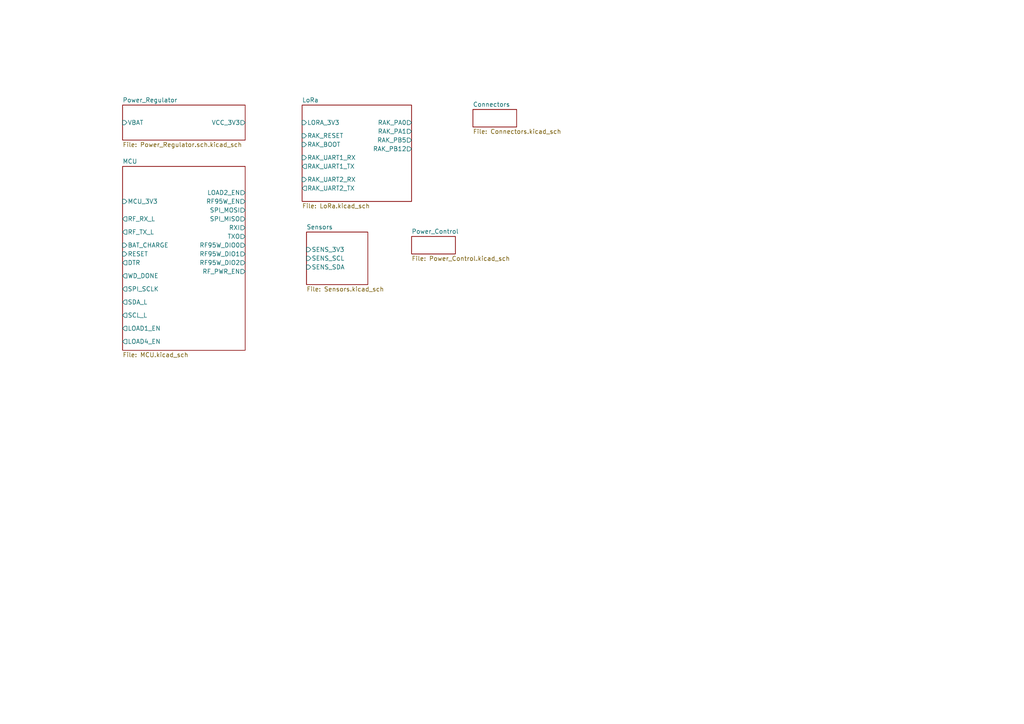
<source format=kicad_sch>
(kicad_sch
	(version 20231120)
	(generator "eeschema")
	(generator_version "8.0")
	(uuid "e0ffc31c-24f5-4303-8af9-d0625c9ddd62")
	(paper "A4")
	(lib_symbols)
	(sheet
		(at 87.63 30.48)
		(size 31.75 27.94)
		(fields_autoplaced yes)
		(stroke
			(width 0.1524)
			(type solid)
		)
		(fill
			(color 0 0 0 0.0000)
		)
		(uuid "2f968173-500b-405d-91c1-1d157a663cec")
		(property "Sheetname" "LoRa"
			(at 87.63 29.7684 0)
			(effects
				(font
					(size 1.27 1.27)
				)
				(justify left bottom)
			)
		)
		(property "Sheetfile" "LoRa.kicad_sch"
			(at 87.63 59.0046 0)
			(effects
				(font
					(size 1.27 1.27)
				)
				(justify left top)
			)
		)
		(pin "LORA_3V3" input
			(at 87.63 35.56 180)
			(effects
				(font
					(size 1.27 1.27)
				)
				(justify left)
			)
			(uuid "f316c6b2-de5a-4a17-ad6c-d4ddb718ebc3")
		)
		(pin "RAK_PB12" output
			(at 119.38 43.18 0)
			(effects
				(font
					(size 1.27 1.27)
				)
				(justify right)
			)
			(uuid "6cdf89b4-6826-480e-92c5-09aa93110d25")
		)
		(pin "RAK_PA1" output
			(at 119.38 38.1 0)
			(effects
				(font
					(size 1.27 1.27)
				)
				(justify right)
			)
			(uuid "22b6efb9-e188-4992-a74b-0ba6ba508713")
		)
		(pin "RAK_PB5" output
			(at 119.38 40.64 0)
			(effects
				(font
					(size 1.27 1.27)
				)
				(justify right)
			)
			(uuid "af5ad323-820f-4fdc-8b8c-4567e58cc227")
		)
		(pin "RAK_PA0" output
			(at 119.38 35.56 0)
			(effects
				(font
					(size 1.27 1.27)
				)
				(justify right)
			)
			(uuid "8bba8c58-db87-4eca-befd-49f245091954")
		)
		(pin "RAK_RESET" input
			(at 87.63 39.37 180)
			(effects
				(font
					(size 1.27 1.27)
				)
				(justify left)
			)
			(uuid "ff050a70-4b29-4b52-a2d8-787976accefe")
		)
		(pin "RAK_UART1_RX" input
			(at 87.63 45.72 180)
			(effects
				(font
					(size 1.27 1.27)
				)
				(justify left)
			)
			(uuid "ff7c750e-c8f4-4ef8-b754-d110adbf2e2b")
		)
		(pin "RAK_UART1_TX" output
			(at 87.63 48.26 180)
			(effects
				(font
					(size 1.27 1.27)
				)
				(justify left)
			)
			(uuid "529c9e80-d792-4fff-b6e2-f3e4a0dfba54")
		)
		(pin "RAK_BOOT" input
			(at 87.63 41.91 180)
			(effects
				(font
					(size 1.27 1.27)
				)
				(justify left)
			)
			(uuid "31e116d6-90e6-43cd-9338-9042428c308c")
		)
		(pin "RAK_UART2_TX" output
			(at 87.63 54.61 180)
			(effects
				(font
					(size 1.27 1.27)
				)
				(justify left)
			)
			(uuid "d6bdfc34-e77f-4f77-9890-67cc8cf46434")
		)
		(pin "RAK_UART2_RX" input
			(at 87.63 52.07 180)
			(effects
				(font
					(size 1.27 1.27)
				)
				(justify left)
			)
			(uuid "eebaea37-8d8b-45aa-901d-3292820ce423")
		)
		(instances
			(project "LoRaNode328"
				(path "/e0ffc31c-24f5-4303-8af9-d0625c9ddd62"
					(page "4")
				)
			)
		)
	)
	(sheet
		(at 35.56 30.48)
		(size 35.56 10.16)
		(fields_autoplaced yes)
		(stroke
			(width 0.1524)
			(type solid)
		)
		(fill
			(color 0 0 0 0.0000)
		)
		(uuid "8dfb4983-4a6d-4e74-b475-21245385cc4d")
		(property "Sheetname" "Power_Regulator"
			(at 35.56 29.7684 0)
			(effects
				(font
					(size 1.27 1.27)
				)
				(justify left bottom)
			)
		)
		(property "Sheetfile" "Power_Regulator.sch.kicad_sch"
			(at 35.56 41.2246 0)
			(effects
				(font
					(size 1.27 1.27)
				)
				(justify left top)
			)
		)
		(pin "VCC_3V3" output
			(at 71.12 35.56 0)
			(effects
				(font
					(size 1.27 1.27)
				)
				(justify right)
			)
			(uuid "7f6d1f63-1cd7-4a1d-a3f2-b96efa027e6c")
		)
		(pin "VBAT" input
			(at 35.56 35.56 180)
			(effects
				(font
					(size 1.27 1.27)
				)
				(justify left)
			)
			(uuid "f21746c5-ba7b-40a7-a6f5-bf16441d7c2f")
		)
		(instances
			(project "LoRaNode328"
				(path "/e0ffc31c-24f5-4303-8af9-d0625c9ddd62"
					(page "2")
				)
			)
		)
	)
	(sheet
		(at 88.9 67.31)
		(size 17.78 15.24)
		(fields_autoplaced yes)
		(stroke
			(width 0.1524)
			(type solid)
		)
		(fill
			(color 0 0 0 0.0000)
		)
		(uuid "afd08f6c-8697-42df-9973-4c492851993a")
		(property "Sheetname" "Sensors"
			(at 88.9 66.5984 0)
			(effects
				(font
					(size 1.27 1.27)
				)
				(justify left bottom)
			)
		)
		(property "Sheetfile" "Sensors.kicad_sch"
			(at 88.9 83.1346 0)
			(effects
				(font
					(size 1.27 1.27)
				)
				(justify left top)
			)
		)
		(pin "SENS_3V3" input
			(at 88.9 72.39 180)
			(effects
				(font
					(size 1.27 1.27)
				)
				(justify left)
			)
			(uuid "e8a8f59d-d00e-42fe-b7d6-2be0b6c5a7c6")
		)
		(pin "SENS_SCL" input
			(at 88.9 74.93 180)
			(effects
				(font
					(size 1.27 1.27)
				)
				(justify left)
			)
			(uuid "9a9abe5b-28f8-4316-abd4-1a86db8264fb")
		)
		(pin "SENS_SDA" input
			(at 88.9 77.47 180)
			(effects
				(font
					(size 1.27 1.27)
				)
				(justify left)
			)
			(uuid "a1258310-0d7b-410e-a526-0ac439f7cc49")
		)
		(instances
			(project "LoRaNode328"
				(path "/e0ffc31c-24f5-4303-8af9-d0625c9ddd62"
					(page "5")
				)
			)
		)
	)
	(sheet
		(at 137.16 31.75)
		(size 12.7 5.08)
		(fields_autoplaced yes)
		(stroke
			(width 0.1524)
			(type solid)
		)
		(fill
			(color 0 0 0 0.0000)
		)
		(uuid "c4f9c729-ac2e-4c38-94d3-26bb33a7c408")
		(property "Sheetname" "Connectors"
			(at 137.16 31.0384 0)
			(effects
				(font
					(size 1.27 1.27)
				)
				(justify left bottom)
			)
		)
		(property "Sheetfile" "Connectors.kicad_sch"
			(at 137.16 37.4146 0)
			(effects
				(font
					(size 1.27 1.27)
				)
				(justify left top)
			)
		)
		(instances
			(project "LoRaNode328"
				(path "/e0ffc31c-24f5-4303-8af9-d0625c9ddd62"
					(page "7")
				)
			)
		)
	)
	(sheet
		(at 35.56 48.26)
		(size 35.56 53.34)
		(fields_autoplaced yes)
		(stroke
			(width 0.1524)
			(type solid)
		)
		(fill
			(color 0 0 0 0.0000)
		)
		(uuid "c544bbb4-4120-4a0c-b3e8-54718c20e48f")
		(property "Sheetname" "MCU"
			(at 35.56 47.5484 0)
			(effects
				(font
					(size 1.27 1.27)
				)
				(justify left bottom)
			)
		)
		(property "Sheetfile" "MCU.kicad_sch"
			(at 35.56 102.1846 0)
			(effects
				(font
					(size 1.27 1.27)
				)
				(justify left top)
			)
		)
		(pin "RF_PWR_EN" output
			(at 71.12 78.74 0)
			(effects
				(font
					(size 1.27 1.27)
				)
				(justify right)
			)
			(uuid "0089be68-8514-4873-8311-a3c8100dba02")
		)
		(pin "LOAD2_EN" output
			(at 71.12 55.88 0)
			(effects
				(font
					(size 1.27 1.27)
				)
				(justify right)
			)
			(uuid "baad7b3a-b820-46c0-b6b2-5da43a8fb99d")
		)
		(pin "RF95W_EN" output
			(at 71.12 58.42 0)
			(effects
				(font
					(size 1.27 1.27)
				)
				(justify right)
			)
			(uuid "2654886b-3c23-4421-93e0-999422a82db9")
		)
		(pin "SPI_MOSI" output
			(at 71.12 60.96 0)
			(effects
				(font
					(size 1.27 1.27)
				)
				(justify right)
			)
			(uuid "9ebf0b4b-a797-4415-b8d4-88fabf855dfa")
		)
		(pin "SPI_MISO" output
			(at 71.12 63.5 0)
			(effects
				(font
					(size 1.27 1.27)
				)
				(justify right)
			)
			(uuid "521cdff6-8348-4ac0-9b21-83c98d788018")
		)
		(pin "RXI" output
			(at 71.12 66.04 0)
			(effects
				(font
					(size 1.27 1.27)
				)
				(justify right)
			)
			(uuid "7bbe2e36-5088-4a30-8edb-ab72a901cb53")
		)
		(pin "TXO" output
			(at 71.12 68.58 0)
			(effects
				(font
					(size 1.27 1.27)
				)
				(justify right)
			)
			(uuid "53461f45-cd43-4a0f-9f2f-c77c45d6e0a3")
		)
		(pin "RF95W_DIO0" output
			(at 71.12 71.12 0)
			(effects
				(font
					(size 1.27 1.27)
				)
				(justify right)
			)
			(uuid "c01701c4-dbc4-42a5-ae37-d4b3db0bdcb3")
		)
		(pin "RF95W_DIO1" output
			(at 71.12 73.66 0)
			(effects
				(font
					(size 1.27 1.27)
				)
				(justify right)
			)
			(uuid "2aad2913-44b1-44e7-9853-ae35881dff1b")
		)
		(pin "RF95W_DIO2" output
			(at 71.12 76.2 0)
			(effects
				(font
					(size 1.27 1.27)
				)
				(justify right)
			)
			(uuid "54be2bc3-17a7-400f-95fc-0dabf53af646")
		)
		(pin "RF_RX_L" output
			(at 35.56 63.5 180)
			(effects
				(font
					(size 1.27 1.27)
				)
				(justify left)
			)
			(uuid "eb009bc2-0b1d-49f1-9daf-c2eb5f778429")
		)
		(pin "RF_TX_L" output
			(at 35.56 67.31 180)
			(effects
				(font
					(size 1.27 1.27)
				)
				(justify left)
			)
			(uuid "ec6b86dd-0088-4146-915a-5ad3846e6ee6")
		)
		(pin "LOAD4_EN" output
			(at 35.56 99.06 180)
			(effects
				(font
					(size 1.27 1.27)
				)
				(justify left)
			)
			(uuid "2ed02be3-f449-44c7-bce3-37c3d83d0f99")
		)
		(pin "LOAD1_EN" output
			(at 35.56 95.25 180)
			(effects
				(font
					(size 1.27 1.27)
				)
				(justify left)
			)
			(uuid "9468b964-a90d-4ba7-a30b-c289d2cdeef9")
		)
		(pin "SDA_L" output
			(at 35.56 87.63 180)
			(effects
				(font
					(size 1.27 1.27)
				)
				(justify left)
			)
			(uuid "639344ca-5958-44da-9278-cabd5a60025b")
		)
		(pin "SCL_L" output
			(at 35.56 91.44 180)
			(effects
				(font
					(size 1.27 1.27)
				)
				(justify left)
			)
			(uuid "0e6fd4a5-55d1-4854-9c88-e3dbc48fdbd8")
		)
		(pin "SPI_SCLK" output
			(at 35.56 83.82 180)
			(effects
				(font
					(size 1.27 1.27)
				)
				(justify left)
			)
			(uuid "f32966f3-d84a-41ea-948b-6eaee62a32a5")
		)
		(pin "WD_DONE" output
			(at 35.56 80.01 180)
			(effects
				(font
					(size 1.27 1.27)
				)
				(justify left)
			)
			(uuid "0609cb7f-ae40-4c65-8fa7-bbc6ac934a18")
		)
		(pin "DTR" output
			(at 35.56 76.2 180)
			(effects
				(font
					(size 1.27 1.27)
				)
				(justify left)
			)
			(uuid "94e64700-8af9-4a8f-ae7c-ce32650ab400")
		)
		(pin "RESET" input
			(at 35.56 73.66 180)
			(effects
				(font
					(size 1.27 1.27)
				)
				(justify left)
			)
			(uuid "92dfa9a1-6aff-4e4e-94f0-5186e1feafa4")
		)
		(pin "BAT_CHARGE" input
			(at 35.56 71.12 180)
			(effects
				(font
					(size 1.27 1.27)
				)
				(justify left)
			)
			(uuid "1e7d42b9-7115-42c5-a9df-3181f2680383")
		)
		(pin "MCU_3V3" input
			(at 35.56 58.42 180)
			(effects
				(font
					(size 1.27 1.27)
				)
				(justify left)
			)
			(uuid "238f3d5e-535a-4b73-bba8-65d2dbbb1cb0")
		)
		(instances
			(project "LoRaNode328"
				(path "/e0ffc31c-24f5-4303-8af9-d0625c9ddd62"
					(page "3")
				)
			)
		)
	)
	(sheet
		(at 119.38 68.58)
		(size 12.7 5.08)
		(fields_autoplaced yes)
		(stroke
			(width 0.1524)
			(type solid)
		)
		(fill
			(color 0 0 0 0.0000)
		)
		(uuid "c6cbfb80-403d-495c-81c3-fcdf300803b8")
		(property "Sheetname" "Power_Control"
			(at 119.38 67.8684 0)
			(effects
				(font
					(size 1.27 1.27)
				)
				(justify left bottom)
			)
		)
		(property "Sheetfile" "Power_Control.kicad_sch"
			(at 119.38 74.2446 0)
			(effects
				(font
					(size 1.27 1.27)
				)
				(justify left top)
			)
		)
		(instances
			(project "LoRaNode328"
				(path "/e0ffc31c-24f5-4303-8af9-d0625c9ddd62"
					(page "6")
				)
			)
		)
	)
	(sheet_instances
		(path "/"
			(page "1")
		)
	)
)

</source>
